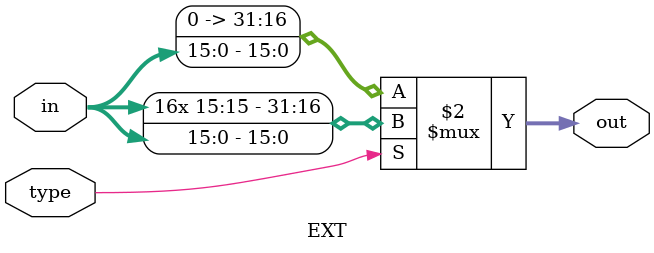
<source format=v>
`ifndef __EXT_V__
`define __EXT_V__
`include "./macro.vh"
`timescale 1ns / 1ps
module zero_extend #(parameter IN_WIDTH=16,OUT_WIDTH=32)
(
    input [IN_WIDTH-1:0]in,
    output [OUT_WIDTH-1:0]out
);
    assign out={ {OUT_WIDTH-IN_WIDTH{1'b0}},in };
endmodule // zero_extend

module sign_extend #(parameter IN_WIDTH=16,OUT_WIDTH=32)
(
    input [IN_WIDTH-1:0]in,
    output [OUT_WIDTH-1:0]out
);
    assign out={ { OUT_WIDTH-IN_WIDTH{ in[IN_WIDTH-1] } },in};
endmodule // sign_extend

module EXT #(parameter IN_WIDTH=16,OUT_WIDTH=32)
(
    input [IN_WIDTH-1:0] in,
    input type,
    output [OUT_WIDTH-1:0] out
);
    assign out=(type==0)?{ {OUT_WIDTH-IN_WIDTH{1'b0}},in }
                        :{ { OUT_WIDTH-IN_WIDTH{ in[IN_WIDTH-1] } },in};
endmodule // EXT
`endif
</source>
